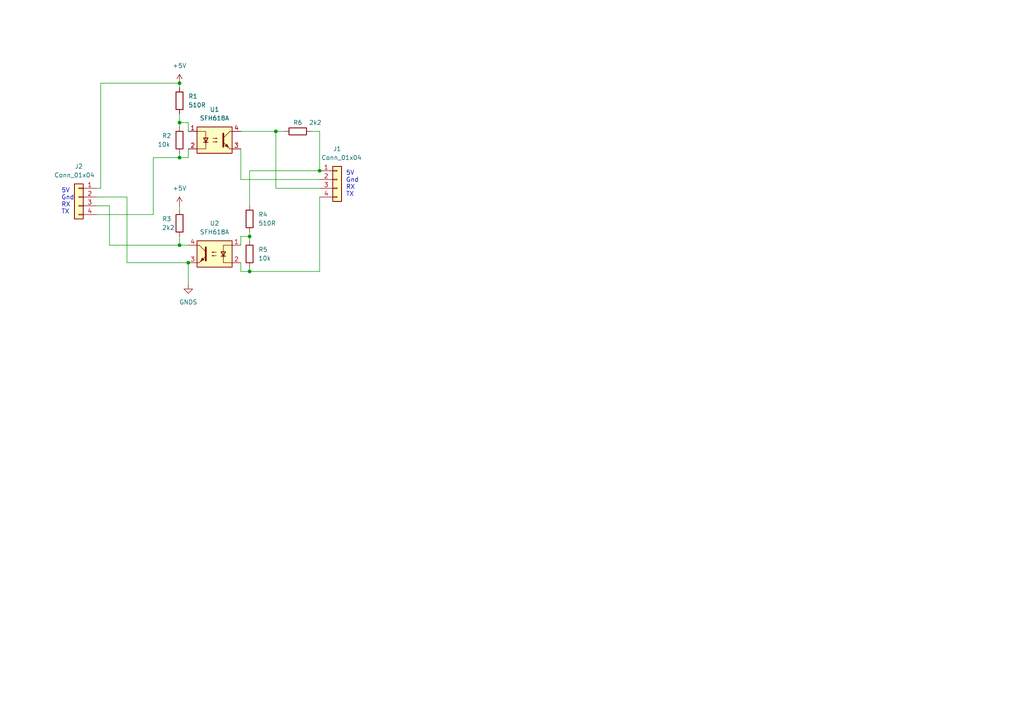
<source format=kicad_sch>
(kicad_sch (version 20211123) (generator eeschema)

  (uuid 708f988b-9740-4b64-9c6e-0d5aeec6620d)

  (paper "A4")

  (lib_symbols
    (symbol "Connector_Generic:Conn_01x04" (pin_names (offset 1.016) hide) (in_bom yes) (on_board yes)
      (property "Reference" "J" (id 0) (at 0 5.08 0)
        (effects (font (size 1.27 1.27)))
      )
      (property "Value" "Conn_01x04" (id 1) (at 0 -7.62 0)
        (effects (font (size 1.27 1.27)))
      )
      (property "Footprint" "" (id 2) (at 0 0 0)
        (effects (font (size 1.27 1.27)) hide)
      )
      (property "Datasheet" "~" (id 3) (at 0 0 0)
        (effects (font (size 1.27 1.27)) hide)
      )
      (property "ki_keywords" "connector" (id 4) (at 0 0 0)
        (effects (font (size 1.27 1.27)) hide)
      )
      (property "ki_description" "Generic connector, single row, 01x04, script generated (kicad-library-utils/schlib/autogen/connector/)" (id 5) (at 0 0 0)
        (effects (font (size 1.27 1.27)) hide)
      )
      (property "ki_fp_filters" "Connector*:*_1x??_*" (id 6) (at 0 0 0)
        (effects (font (size 1.27 1.27)) hide)
      )
      (symbol "Conn_01x04_1_1"
        (rectangle (start -1.27 -4.953) (end 0 -5.207)
          (stroke (width 0.1524) (type default) (color 0 0 0 0))
          (fill (type none))
        )
        (rectangle (start -1.27 -2.413) (end 0 -2.667)
          (stroke (width 0.1524) (type default) (color 0 0 0 0))
          (fill (type none))
        )
        (rectangle (start -1.27 0.127) (end 0 -0.127)
          (stroke (width 0.1524) (type default) (color 0 0 0 0))
          (fill (type none))
        )
        (rectangle (start -1.27 2.667) (end 0 2.413)
          (stroke (width 0.1524) (type default) (color 0 0 0 0))
          (fill (type none))
        )
        (rectangle (start -1.27 3.81) (end 1.27 -6.35)
          (stroke (width 0.254) (type default) (color 0 0 0 0))
          (fill (type background))
        )
        (pin passive line (at -5.08 2.54 0) (length 3.81)
          (name "Pin_1" (effects (font (size 1.27 1.27))))
          (number "1" (effects (font (size 1.27 1.27))))
        )
        (pin passive line (at -5.08 0 0) (length 3.81)
          (name "Pin_2" (effects (font (size 1.27 1.27))))
          (number "2" (effects (font (size 1.27 1.27))))
        )
        (pin passive line (at -5.08 -2.54 0) (length 3.81)
          (name "Pin_3" (effects (font (size 1.27 1.27))))
          (number "3" (effects (font (size 1.27 1.27))))
        )
        (pin passive line (at -5.08 -5.08 0) (length 3.81)
          (name "Pin_4" (effects (font (size 1.27 1.27))))
          (number "4" (effects (font (size 1.27 1.27))))
        )
      )
    )
    (symbol "Device:R" (pin_numbers hide) (pin_names (offset 0)) (in_bom yes) (on_board yes)
      (property "Reference" "R" (id 0) (at 2.032 0 90)
        (effects (font (size 1.27 1.27)))
      )
      (property "Value" "R" (id 1) (at 0 0 90)
        (effects (font (size 1.27 1.27)))
      )
      (property "Footprint" "" (id 2) (at -1.778 0 90)
        (effects (font (size 1.27 1.27)) hide)
      )
      (property "Datasheet" "~" (id 3) (at 0 0 0)
        (effects (font (size 1.27 1.27)) hide)
      )
      (property "ki_keywords" "R res resistor" (id 4) (at 0 0 0)
        (effects (font (size 1.27 1.27)) hide)
      )
      (property "ki_description" "Resistor" (id 5) (at 0 0 0)
        (effects (font (size 1.27 1.27)) hide)
      )
      (property "ki_fp_filters" "R_*" (id 6) (at 0 0 0)
        (effects (font (size 1.27 1.27)) hide)
      )
      (symbol "R_0_1"
        (rectangle (start -1.016 -2.54) (end 1.016 2.54)
          (stroke (width 0.254) (type default) (color 0 0 0 0))
          (fill (type none))
        )
      )
      (symbol "R_1_1"
        (pin passive line (at 0 3.81 270) (length 1.27)
          (name "~" (effects (font (size 1.27 1.27))))
          (number "1" (effects (font (size 1.27 1.27))))
        )
        (pin passive line (at 0 -3.81 90) (length 1.27)
          (name "~" (effects (font (size 1.27 1.27))))
          (number "2" (effects (font (size 1.27 1.27))))
        )
      )
    )
    (symbol "Isolator:SFH617A-1" (pin_names (offset 1.016)) (in_bom yes) (on_board yes)
      (property "Reference" "U" (id 0) (at -5.08 5.08 0)
        (effects (font (size 1.27 1.27)) (justify left))
      )
      (property "Value" "SFH617A-1" (id 1) (at 0 5.08 0)
        (effects (font (size 1.27 1.27)) (justify left))
      )
      (property "Footprint" "Package_DIP:DIP-4_W7.62mm" (id 2) (at -5.08 -5.08 0)
        (effects (font (size 1.27 1.27) italic) (justify left) hide)
      )
      (property "Datasheet" "http://www.vishay.com/docs/83740/sfh617a.pdf" (id 3) (at 0 0 0)
        (effects (font (size 1.27 1.27)) (justify left) hide)
      )
      (property "ki_keywords" "Optocoupler, Phototransistor Output, 5300 VRMS, VCEO 70V, CTR% 40-80" (id 4) (at 0 0 0)
        (effects (font (size 1.27 1.27)) hide)
      )
      (property "ki_description" "Optocoupler, Phototransistor Output, 5300 VRMS, VCEO 70V, CTR% 40-80, -55 to +110 degree Celcius, UL, BSI, FIMKO, cUL, THT PDIP-4" (id 5) (at 0 0 0)
        (effects (font (size 1.27 1.27)) hide)
      )
      (property "ki_fp_filters" "DIP*W7.62mm*" (id 6) (at 0 0 0)
        (effects (font (size 1.27 1.27)) hide)
      )
      (symbol "SFH617A-1_0_1"
        (rectangle (start -5.08 3.81) (end 5.08 -3.81)
          (stroke (width 0.254) (type default) (color 0 0 0 0))
          (fill (type background))
        )
        (polyline
          (pts
            (xy -3.175 -0.635)
            (xy -1.905 -0.635)
          )
          (stroke (width 0.254) (type default) (color 0 0 0 0))
          (fill (type none))
        )
        (polyline
          (pts
            (xy 2.54 0.635)
            (xy 4.445 2.54)
          )
          (stroke (width 0) (type default) (color 0 0 0 0))
          (fill (type none))
        )
        (polyline
          (pts
            (xy 4.445 -2.54)
            (xy 2.54 -0.635)
          )
          (stroke (width 0) (type default) (color 0 0 0 0))
          (fill (type outline))
        )
        (polyline
          (pts
            (xy 4.445 -2.54)
            (xy 5.08 -2.54)
          )
          (stroke (width 0) (type default) (color 0 0 0 0))
          (fill (type none))
        )
        (polyline
          (pts
            (xy 4.445 2.54)
            (xy 5.08 2.54)
          )
          (stroke (width 0) (type default) (color 0 0 0 0))
          (fill (type none))
        )
        (polyline
          (pts
            (xy -2.54 -0.635)
            (xy -2.54 -2.54)
            (xy -5.08 -2.54)
          )
          (stroke (width 0) (type default) (color 0 0 0 0))
          (fill (type none))
        )
        (polyline
          (pts
            (xy 2.54 1.905)
            (xy 2.54 -1.905)
            (xy 2.54 -1.905)
          )
          (stroke (width 0.508) (type default) (color 0 0 0 0))
          (fill (type none))
        )
        (polyline
          (pts
            (xy -5.08 2.54)
            (xy -2.54 2.54)
            (xy -2.54 -1.27)
            (xy -2.54 0.635)
          )
          (stroke (width 0) (type default) (color 0 0 0 0))
          (fill (type none))
        )
        (polyline
          (pts
            (xy -2.54 -0.635)
            (xy -3.175 0.635)
            (xy -1.905 0.635)
            (xy -2.54 -0.635)
          )
          (stroke (width 0.254) (type default) (color 0 0 0 0))
          (fill (type none))
        )
        (polyline
          (pts
            (xy -0.508 -0.508)
            (xy 0.762 -0.508)
            (xy 0.381 -0.635)
            (xy 0.381 -0.381)
            (xy 0.762 -0.508)
          )
          (stroke (width 0) (type default) (color 0 0 0 0))
          (fill (type none))
        )
        (polyline
          (pts
            (xy -0.508 0.508)
            (xy 0.762 0.508)
            (xy 0.381 0.381)
            (xy 0.381 0.635)
            (xy 0.762 0.508)
          )
          (stroke (width 0) (type default) (color 0 0 0 0))
          (fill (type none))
        )
        (polyline
          (pts
            (xy 3.048 -1.651)
            (xy 3.556 -1.143)
            (xy 4.064 -2.159)
            (xy 3.048 -1.651)
            (xy 3.048 -1.651)
          )
          (stroke (width 0) (type default) (color 0 0 0 0))
          (fill (type outline))
        )
      )
      (symbol "SFH617A-1_1_1"
        (pin passive line (at -7.62 2.54 0) (length 2.54)
          (name "~" (effects (font (size 1.27 1.27))))
          (number "1" (effects (font (size 1.27 1.27))))
        )
        (pin passive line (at -7.62 -2.54 0) (length 2.54)
          (name "~" (effects (font (size 1.27 1.27))))
          (number "2" (effects (font (size 1.27 1.27))))
        )
        (pin passive line (at 7.62 -2.54 180) (length 2.54)
          (name "~" (effects (font (size 1.27 1.27))))
          (number "3" (effects (font (size 1.27 1.27))))
        )
        (pin passive line (at 7.62 2.54 180) (length 2.54)
          (name "~" (effects (font (size 1.27 1.27))))
          (number "4" (effects (font (size 1.27 1.27))))
        )
      )
    )
    (symbol "power:+5V" (power) (pin_names (offset 0)) (in_bom yes) (on_board yes)
      (property "Reference" "#PWR" (id 0) (at 0 -3.81 0)
        (effects (font (size 1.27 1.27)) hide)
      )
      (property "Value" "+5V" (id 1) (at 0 3.556 0)
        (effects (font (size 1.27 1.27)))
      )
      (property "Footprint" "" (id 2) (at 0 0 0)
        (effects (font (size 1.27 1.27)) hide)
      )
      (property "Datasheet" "" (id 3) (at 0 0 0)
        (effects (font (size 1.27 1.27)) hide)
      )
      (property "ki_keywords" "power-flag" (id 4) (at 0 0 0)
        (effects (font (size 1.27 1.27)) hide)
      )
      (property "ki_description" "Power symbol creates a global label with name \"+5V\"" (id 5) (at 0 0 0)
        (effects (font (size 1.27 1.27)) hide)
      )
      (symbol "+5V_0_1"
        (polyline
          (pts
            (xy -0.762 1.27)
            (xy 0 2.54)
          )
          (stroke (width 0) (type default) (color 0 0 0 0))
          (fill (type none))
        )
        (polyline
          (pts
            (xy 0 0)
            (xy 0 2.54)
          )
          (stroke (width 0) (type default) (color 0 0 0 0))
          (fill (type none))
        )
        (polyline
          (pts
            (xy 0 2.54)
            (xy 0.762 1.27)
          )
          (stroke (width 0) (type default) (color 0 0 0 0))
          (fill (type none))
        )
      )
      (symbol "+5V_1_1"
        (pin power_in line (at 0 0 90) (length 0) hide
          (name "+5V" (effects (font (size 1.27 1.27))))
          (number "1" (effects (font (size 1.27 1.27))))
        )
      )
    )
    (symbol "power:GNDS" (power) (pin_names (offset 0)) (in_bom yes) (on_board yes)
      (property "Reference" "#PWR" (id 0) (at 0 -6.35 0)
        (effects (font (size 1.27 1.27)) hide)
      )
      (property "Value" "GNDS" (id 1) (at 0 -3.81 0)
        (effects (font (size 1.27 1.27)))
      )
      (property "Footprint" "" (id 2) (at 0 0 0)
        (effects (font (size 1.27 1.27)) hide)
      )
      (property "Datasheet" "" (id 3) (at 0 0 0)
        (effects (font (size 1.27 1.27)) hide)
      )
      (property "ki_keywords" "power-flag" (id 4) (at 0 0 0)
        (effects (font (size 1.27 1.27)) hide)
      )
      (property "ki_description" "Power symbol creates a global label with name \"GNDS\" , signal ground" (id 5) (at 0 0 0)
        (effects (font (size 1.27 1.27)) hide)
      )
      (symbol "GNDS_0_1"
        (polyline
          (pts
            (xy 0 0)
            (xy 0 -1.27)
            (xy 1.27 -1.27)
            (xy 0 -2.54)
            (xy -1.27 -1.27)
            (xy 0 -1.27)
          )
          (stroke (width 0) (type default) (color 0 0 0 0))
          (fill (type none))
        )
      )
      (symbol "GNDS_1_1"
        (pin power_in line (at 0 0 270) (length 0) hide
          (name "GNDS" (effects (font (size 1.27 1.27))))
          (number "1" (effects (font (size 1.27 1.27))))
        )
      )
    )
  )

  (junction (at 72.39 68.58) (diameter 0) (color 0 0 0 0)
    (uuid 22effc0c-3e5e-438a-b7a1-df5c7256269d)
  )
  (junction (at 92.71 49.53) (diameter 0) (color 0 0 0 0)
    (uuid 6cc2a133-236e-417d-a38b-7db07bee50b2)
  )
  (junction (at 52.07 71.12) (diameter 0) (color 0 0 0 0)
    (uuid 9bc09baa-91ba-44bd-8147-722c3f614ed1)
  )
  (junction (at 52.07 24.13) (diameter 0) (color 0 0 0 0)
    (uuid 9eacaaa7-3cef-4c28-ab34-0c42a2588cca)
  )
  (junction (at 52.07 45.72) (diameter 0) (color 0 0 0 0)
    (uuid aa464e04-bb96-47b7-b0a7-4f6de1cbfae0)
  )
  (junction (at 80.01 38.1) (diameter 0) (color 0 0 0 0)
    (uuid ce679af9-fdfb-4c98-ab10-60cb1e9acb17)
  )
  (junction (at 72.39 78.74) (diameter 0) (color 0 0 0 0)
    (uuid cfb26889-91c1-480d-9295-74e598645ce4)
  )
  (junction (at 54.61 76.2) (diameter 0) (color 0 0 0 0)
    (uuid f5e024b6-82f6-46d0-acbf-5de97aec7f4e)
  )
  (junction (at 52.07 35.56) (diameter 0) (color 0 0 0 0)
    (uuid fb33c7ef-9fa7-4a55-8c24-77d48ef00290)
  )

  (wire (pts (xy 54.61 38.1) (xy 54.61 35.56))
    (stroke (width 0) (type default) (color 0 0 0 0))
    (uuid 07873d28-d334-42f7-a7f5-ec4de55d95be)
  )
  (wire (pts (xy 72.39 67.31) (xy 72.39 68.58))
    (stroke (width 0) (type default) (color 0 0 0 0))
    (uuid 0a7afc8c-a38f-4fe5-b6d6-1d9d113f7ae6)
  )
  (wire (pts (xy 90.17 38.1) (xy 92.71 38.1))
    (stroke (width 0) (type default) (color 0 0 0 0))
    (uuid 0e56f70b-b58c-4948-afcb-60d0bb95f608)
  )
  (wire (pts (xy 52.07 45.72) (xy 54.61 45.72))
    (stroke (width 0) (type default) (color 0 0 0 0))
    (uuid 0ed1b89e-8745-4497-9abe-57d7202639db)
  )
  (wire (pts (xy 52.07 44.45) (xy 52.07 45.72))
    (stroke (width 0) (type default) (color 0 0 0 0))
    (uuid 19eac6f1-c746-4992-9e78-6dd77f936d58)
  )
  (wire (pts (xy 72.39 49.53) (xy 92.71 49.53))
    (stroke (width 0) (type default) (color 0 0 0 0))
    (uuid 1bdfede1-22a7-4a7e-8979-e030eca04f8f)
  )
  (wire (pts (xy 69.85 76.2) (xy 69.85 78.74))
    (stroke (width 0) (type default) (color 0 0 0 0))
    (uuid 22c94e9c-8dde-44a4-872d-6f39b52d1d4f)
  )
  (wire (pts (xy 80.01 38.1) (xy 82.55 38.1))
    (stroke (width 0) (type default) (color 0 0 0 0))
    (uuid 26093d0c-cbd7-4609-9a4b-21c2cef1d172)
  )
  (wire (pts (xy 54.61 43.18) (xy 54.61 45.72))
    (stroke (width 0) (type default) (color 0 0 0 0))
    (uuid 2f58fb13-0fd6-41c8-b9d6-ac7c982df2c7)
  )
  (wire (pts (xy 92.71 54.61) (xy 80.01 54.61))
    (stroke (width 0) (type default) (color 0 0 0 0))
    (uuid 3a007a3c-a517-427c-a477-1591da482ca4)
  )
  (wire (pts (xy 27.94 62.23) (xy 44.45 62.23))
    (stroke (width 0) (type default) (color 0 0 0 0))
    (uuid 3ba2e741-26ff-426b-a228-0004f969dee7)
  )
  (wire (pts (xy 52.07 35.56) (xy 54.61 35.56))
    (stroke (width 0) (type default) (color 0 0 0 0))
    (uuid 43a1429c-65e0-40be-a7ae-56e6e7373c59)
  )
  (wire (pts (xy 29.21 24.13) (xy 52.07 24.13))
    (stroke (width 0) (type default) (color 0 0 0 0))
    (uuid 471dd7da-b3c4-491d-8ec0-8510d4bb6056)
  )
  (wire (pts (xy 80.01 54.61) (xy 80.01 38.1))
    (stroke (width 0) (type default) (color 0 0 0 0))
    (uuid 47d8f116-2dcd-41c0-b52d-c990505c8298)
  )
  (wire (pts (xy 52.07 33.02) (xy 52.07 35.56))
    (stroke (width 0) (type default) (color 0 0 0 0))
    (uuid 4d846c49-982c-4289-ae4f-53e45c0790b5)
  )
  (wire (pts (xy 36.83 76.2) (xy 54.61 76.2))
    (stroke (width 0) (type default) (color 0 0 0 0))
    (uuid 4e20f2cc-051c-41e3-8ee5-573024c204f8)
  )
  (wire (pts (xy 52.07 68.58) (xy 52.07 71.12))
    (stroke (width 0) (type default) (color 0 0 0 0))
    (uuid 58531791-8376-4295-aece-673da4fa57be)
  )
  (wire (pts (xy 29.21 54.61) (xy 29.21 24.13))
    (stroke (width 0) (type default) (color 0 0 0 0))
    (uuid 585cc372-ca56-43bf-8790-b49ee6f01e0e)
  )
  (wire (pts (xy 44.45 62.23) (xy 44.45 45.72))
    (stroke (width 0) (type default) (color 0 0 0 0))
    (uuid 608791ba-5655-4374-9725-73a7883cb106)
  )
  (wire (pts (xy 92.71 78.74) (xy 92.71 57.15))
    (stroke (width 0) (type default) (color 0 0 0 0))
    (uuid 618f8882-1cf7-45a1-a686-266fe7b8630d)
  )
  (wire (pts (xy 72.39 78.74) (xy 72.39 77.47))
    (stroke (width 0) (type default) (color 0 0 0 0))
    (uuid 622acdb6-3fd3-449d-a8ea-060f77998d7c)
  )
  (wire (pts (xy 31.75 59.69) (xy 31.75 71.12))
    (stroke (width 0) (type default) (color 0 0 0 0))
    (uuid 649c3555-a042-4726-8a52-b010b0c0eb4d)
  )
  (wire (pts (xy 69.85 38.1) (xy 80.01 38.1))
    (stroke (width 0) (type default) (color 0 0 0 0))
    (uuid 69a746ae-4ed3-4b06-9ab9-a6d4e7fbfdfb)
  )
  (wire (pts (xy 69.85 43.18) (xy 69.85 52.07))
    (stroke (width 0) (type default) (color 0 0 0 0))
    (uuid 7cef248e-51b9-4732-b2bb-4dd1c3bff25a)
  )
  (wire (pts (xy 69.85 68.58) (xy 72.39 68.58))
    (stroke (width 0) (type default) (color 0 0 0 0))
    (uuid 7e0242ab-0010-448a-af65-e84b648e8ae9)
  )
  (wire (pts (xy 72.39 68.58) (xy 72.39 69.85))
    (stroke (width 0) (type default) (color 0 0 0 0))
    (uuid 7f5be323-f1a1-4c54-9a9c-9614f1c4a049)
  )
  (wire (pts (xy 72.39 59.69) (xy 72.39 49.53))
    (stroke (width 0) (type default) (color 0 0 0 0))
    (uuid 806c7ee5-6b7c-4bde-a948-9a7405102eb1)
  )
  (wire (pts (xy 69.85 52.07) (xy 92.71 52.07))
    (stroke (width 0) (type default) (color 0 0 0 0))
    (uuid 86aeac52-1afc-4f6f-bf0c-ffa33ef20ffe)
  )
  (wire (pts (xy 69.85 78.74) (xy 72.39 78.74))
    (stroke (width 0) (type default) (color 0 0 0 0))
    (uuid 8bc19c23-410b-446e-b76b-b5825c25d95e)
  )
  (wire (pts (xy 52.07 59.69) (xy 52.07 60.96))
    (stroke (width 0) (type default) (color 0 0 0 0))
    (uuid 8dd0b069-08c3-4811-9764-d7d6e99c9b45)
  )
  (wire (pts (xy 27.94 59.69) (xy 31.75 59.69))
    (stroke (width 0) (type default) (color 0 0 0 0))
    (uuid 93b8e397-8481-447c-b63e-a05bc2fe0f17)
  )
  (wire (pts (xy 31.75 71.12) (xy 52.07 71.12))
    (stroke (width 0) (type default) (color 0 0 0 0))
    (uuid 94a719fb-1790-4da5-a71e-060b7f1a0e23)
  )
  (wire (pts (xy 36.83 57.15) (xy 36.83 76.2))
    (stroke (width 0) (type default) (color 0 0 0 0))
    (uuid 96a38568-8bb9-48d5-b36c-a2a24c512831)
  )
  (wire (pts (xy 54.61 76.2) (xy 54.61 82.55))
    (stroke (width 0) (type default) (color 0 0 0 0))
    (uuid 9d8a59ef-7707-4f48-b5dc-cc4207ed4417)
  )
  (wire (pts (xy 69.85 71.12) (xy 69.85 68.58))
    (stroke (width 0) (type default) (color 0 0 0 0))
    (uuid a5410c85-53ad-425b-b6a4-1a28efda1d22)
  )
  (wire (pts (xy 92.71 38.1) (xy 92.71 49.53))
    (stroke (width 0) (type default) (color 0 0 0 0))
    (uuid a7e7f216-a9da-4dba-9bd6-f4aafc341baa)
  )
  (wire (pts (xy 27.94 57.15) (xy 36.83 57.15))
    (stroke (width 0) (type default) (color 0 0 0 0))
    (uuid aea0762f-9b4b-49c8-b311-2b433e5a47c4)
  )
  (wire (pts (xy 72.39 78.74) (xy 92.71 78.74))
    (stroke (width 0) (type default) (color 0 0 0 0))
    (uuid af60c2f8-895e-49c3-aa09-31f11fe95403)
  )
  (wire (pts (xy 52.07 24.13) (xy 52.07 25.4))
    (stroke (width 0) (type default) (color 0 0 0 0))
    (uuid b0ecd235-6b6f-47d7-b3af-f913e4e61f0e)
  )
  (wire (pts (xy 52.07 71.12) (xy 54.61 71.12))
    (stroke (width 0) (type default) (color 0 0 0 0))
    (uuid b10c3dc7-370a-4e36-8072-a87b3b9d4c0f)
  )
  (wire (pts (xy 52.07 35.56) (xy 52.07 36.83))
    (stroke (width 0) (type default) (color 0 0 0 0))
    (uuid c216d8b6-cc78-46c9-91c8-dfba66fc3698)
  )
  (wire (pts (xy 44.45 45.72) (xy 52.07 45.72))
    (stroke (width 0) (type default) (color 0 0 0 0))
    (uuid ed632dc5-2344-430f-89bc-c5df05341681)
  )
  (wire (pts (xy 27.94 54.61) (xy 29.21 54.61))
    (stroke (width 0) (type default) (color 0 0 0 0))
    (uuid f9f45df7-1122-4c62-a34a-929b18114bdc)
  )

  (text "5V\nGnd\nRX\nTX" (at 100.33 57.15 0)
    (effects (font (size 1.27 1.27)) (justify left bottom))
    (uuid 07e46668-402e-4bdf-8347-240a4ebe47d7)
  )
  (text "5V\nGnd\nRX\nTX" (at 17.78 62.23 0)
    (effects (font (size 1.27 1.27)) (justify left bottom))
    (uuid 0802fe4d-7157-4ebc-8c69-4b30465f9f68)
  )

  (symbol (lib_id "power:+5V") (at 52.07 24.13 0) (unit 1)
    (in_bom yes) (on_board yes) (fields_autoplaced)
    (uuid 0ad15ddc-72ef-4cc7-b25d-0cba030083c6)
    (property "Reference" "#PWR01" (id 0) (at 52.07 27.94 0)
      (effects (font (size 1.27 1.27)) hide)
    )
    (property "Value" "+5V" (id 1) (at 52.07 19.05 0))
    (property "Footprint" "" (id 2) (at 52.07 24.13 0)
      (effects (font (size 1.27 1.27)) hide)
    )
    (property "Datasheet" "" (id 3) (at 52.07 24.13 0)
      (effects (font (size 1.27 1.27)) hide)
    )
    (pin "1" (uuid d52fcefb-bf3d-45bb-8c82-edea163e0ab4))
  )

  (symbol (lib_id "power:GNDS") (at 54.61 82.55 0) (unit 1)
    (in_bom yes) (on_board yes) (fields_autoplaced)
    (uuid 303184ec-5d2f-4864-abd0-e9306a438e63)
    (property "Reference" "#PWR03" (id 0) (at 54.61 88.9 0)
      (effects (font (size 1.27 1.27)) hide)
    )
    (property "Value" "~" (id 1) (at 54.61 87.63 0))
    (property "Footprint" "" (id 2) (at 54.61 82.55 0)
      (effects (font (size 1.27 1.27)) hide)
    )
    (property "Datasheet" "" (id 3) (at 54.61 82.55 0)
      (effects (font (size 1.27 1.27)) hide)
    )
    (pin "1" (uuid ec1babbb-67cd-4acd-a85b-f4e704f7c758))
  )

  (symbol (lib_id "Device:R") (at 52.07 64.77 180) (unit 1)
    (in_bom yes) (on_board yes)
    (uuid 36300d49-a1dc-4aea-8b60-0b931ed0e755)
    (property "Reference" "R3" (id 0) (at 46.99 63.5 0)
      (effects (font (size 1.27 1.27)) (justify right))
    )
    (property "Value" "" (id 1) (at 46.99 66.04 0)
      (effects (font (size 1.27 1.27)) (justify right))
    )
    (property "Footprint" "" (id 2) (at 53.848 64.77 90)
      (effects (font (size 1.27 1.27)) hide)
    )
    (property "Datasheet" "~" (id 3) (at 52.07 64.77 0)
      (effects (font (size 1.27 1.27)) hide)
    )
    (pin "1" (uuid 068045f5-8e71-41cd-bb12-bce4dc601d2f))
    (pin "2" (uuid ae4ae93f-3130-4571-96de-e7c3a9efd017))
  )

  (symbol (lib_id "Connector_Generic:Conn_01x04") (at 97.79 52.07 0) (unit 1)
    (in_bom yes) (on_board yes)
    (uuid 60d648cc-baee-4bb6-8bd0-8057f02f620e)
    (property "Reference" "J1" (id 0) (at 97.79 43.18 0))
    (property "Value" "Conn_01x04" (id 1) (at 99.06 45.72 0))
    (property "Footprint" "Connector_PinHeader_2.54mm:PinHeader_1x04_P2.54mm_Vertical" (id 2) (at 97.79 52.07 0)
      (effects (font (size 1.27 1.27)) hide)
    )
    (property "Datasheet" "~" (id 3) (at 97.79 52.07 0)
      (effects (font (size 1.27 1.27)) hide)
    )
    (pin "1" (uuid ce853574-6f9a-4e47-825c-f2b026e29068))
    (pin "2" (uuid 1bf0cbd0-eade-4766-a0f6-b42787be05cc))
    (pin "3" (uuid 47b3739e-28cd-41d9-8716-c935fda19076))
    (pin "4" (uuid 6faa355f-9d08-4dfa-b3e6-58b461b2063e))
  )

  (symbol (lib_id "power:+5V") (at 52.07 59.69 0) (unit 1)
    (in_bom yes) (on_board yes) (fields_autoplaced)
    (uuid 762faf47-69d3-43e8-8f85-eaa9a738b065)
    (property "Reference" "#PWR02" (id 0) (at 52.07 63.5 0)
      (effects (font (size 1.27 1.27)) hide)
    )
    (property "Value" "+5V" (id 1) (at 52.07 54.61 0))
    (property "Footprint" "" (id 2) (at 52.07 59.69 0)
      (effects (font (size 1.27 1.27)) hide)
    )
    (property "Datasheet" "" (id 3) (at 52.07 59.69 0)
      (effects (font (size 1.27 1.27)) hide)
    )
    (pin "1" (uuid 144e59e3-a645-45ac-ab63-907149cd1efb))
  )

  (symbol (lib_id "Device:R") (at 86.36 38.1 90) (unit 1)
    (in_bom yes) (on_board yes)
    (uuid 943b3ed1-984f-4516-84cd-faf53ca7cb02)
    (property "Reference" "R6" (id 0) (at 86.36 35.56 90))
    (property "Value" "" (id 1) (at 91.44 35.56 90))
    (property "Footprint" "" (id 2) (at 86.36 39.878 90)
      (effects (font (size 1.27 1.27)) hide)
    )
    (property "Datasheet" "~" (id 3) (at 86.36 38.1 0)
      (effects (font (size 1.27 1.27)) hide)
    )
    (pin "1" (uuid 4e8bb86e-898c-427b-ae68-eec4a7941fd0))
    (pin "2" (uuid 435d1cb8-6c38-4e34-89ee-d397bfffcc46))
  )

  (symbol (lib_id "Isolator:SFH617A-1") (at 62.23 40.64 0) (unit 1)
    (in_bom yes) (on_board yes) (fields_autoplaced)
    (uuid 9d82f33c-8e0d-479c-8530-6f84688ebd4d)
    (property "Reference" "U1" (id 0) (at 62.23 31.75 0))
    (property "Value" "SFH618A" (id 1) (at 62.23 34.29 0))
    (property "Footprint" "Package_DIP:DIP-4_W7.62mm" (id 2) (at 57.15 45.72 0)
      (effects (font (size 1.27 1.27) italic) (justify left) hide)
    )
    (property "Datasheet" "" (id 3) (at 62.23 40.64 0)
      (effects (font (size 1.27 1.27)) (justify left) hide)
    )
    (pin "1" (uuid d66a8935-36ec-4f3f-a1d5-95bd06bc3993))
    (pin "2" (uuid f67e4e55-b1d7-4f02-9cf0-1307b05b5f58))
    (pin "3" (uuid 63328a39-50d9-4646-b0c8-2543a598282b))
    (pin "4" (uuid 59cc38e5-af37-43c5-b6eb-ac74684323cc))
  )

  (symbol (lib_id "Device:R") (at 52.07 29.21 0) (unit 1)
    (in_bom yes) (on_board yes) (fields_autoplaced)
    (uuid a5fd2ef1-c1e8-4648-8992-4ec1682f2c67)
    (property "Reference" "R1" (id 0) (at 54.61 27.9399 0)
      (effects (font (size 1.27 1.27)) (justify left))
    )
    (property "Value" "510R" (id 1) (at 54.61 30.4799 0)
      (effects (font (size 1.27 1.27)) (justify left))
    )
    (property "Footprint" "Resistor_SMD:R_0805_2012Metric" (id 2) (at 50.292 29.21 90)
      (effects (font (size 1.27 1.27)) hide)
    )
    (property "Datasheet" "~" (id 3) (at 52.07 29.21 0)
      (effects (font (size 1.27 1.27)) hide)
    )
    (pin "1" (uuid 636a265b-1662-44de-b178-3d9f9b9f7108))
    (pin "2" (uuid 937f0f66-1131-42d1-ad46-2665de274155))
  )

  (symbol (lib_id "Connector_Generic:Conn_01x04") (at 22.86 57.15 0) (mirror y) (unit 1)
    (in_bom yes) (on_board yes)
    (uuid ca542603-1060-4ee8-bd18-35bb1ef2a432)
    (property "Reference" "J2" (id 0) (at 22.86 48.26 0))
    (property "Value" "Conn_01x04" (id 1) (at 21.59 50.8 0))
    (property "Footprint" "Connector_PinHeader_2.54mm:PinHeader_1x04_P2.54mm_Vertical" (id 2) (at 22.86 57.15 0)
      (effects (font (size 1.27 1.27)) hide)
    )
    (property "Datasheet" "~" (id 3) (at 22.86 57.15 0)
      (effects (font (size 1.27 1.27)) hide)
    )
    (pin "1" (uuid 677d0894-bb50-45a8-8bc2-da87ac23fff3))
    (pin "2" (uuid cb590a64-c5f3-4993-8cb4-fc247b795548))
    (pin "3" (uuid 5069c57b-e810-49d9-8aae-d7be5a744afb))
    (pin "4" (uuid b465f0d2-3ae2-4f5e-967c-db7ab60754c3))
  )

  (symbol (lib_id "Isolator:SFH617A-1") (at 62.23 73.66 0) (mirror y) (unit 1)
    (in_bom yes) (on_board yes) (fields_autoplaced)
    (uuid cac9add8-7e11-41d7-b5dc-f00d79bea5c0)
    (property "Reference" "U2" (id 0) (at 62.23 64.77 0))
    (property "Value" "SFH618A" (id 1) (at 62.23 67.31 0))
    (property "Footprint" "Package_DIP:DIP-4_W7.62mm" (id 2) (at 67.31 78.74 0)
      (effects (font (size 1.27 1.27) italic) (justify left) hide)
    )
    (property "Datasheet" "" (id 3) (at 62.23 73.66 0)
      (effects (font (size 1.27 1.27)) (justify left) hide)
    )
    (pin "1" (uuid 2b5afe32-fb88-4aea-8e94-3633f4df8424))
    (pin "2" (uuid 3960903b-8572-498f-80ee-41604de935d6))
    (pin "3" (uuid 538ef13d-4b46-4d00-8aca-2541786bc758))
    (pin "4" (uuid 5a58c404-4d06-4ab3-8b8d-db6676676e87))
  )

  (symbol (lib_id "Device:R") (at 72.39 73.66 0) (unit 1)
    (in_bom yes) (on_board yes)
    (uuid ce8b4edb-8844-40fd-a7cb-4dbada84a05a)
    (property "Reference" "R5" (id 0) (at 74.93 72.39 0)
      (effects (font (size 1.27 1.27)) (justify left))
    )
    (property "Value" "10k" (id 1) (at 74.93 74.93 0)
      (effects (font (size 1.27 1.27)) (justify left))
    )
    (property "Footprint" "Resistor_SMD:R_0805_2012Metric" (id 2) (at 70.612 73.66 90)
      (effects (font (size 1.27 1.27)) hide)
    )
    (property "Datasheet" "~" (id 3) (at 72.39 73.66 0)
      (effects (font (size 1.27 1.27)) hide)
    )
    (pin "1" (uuid a6169d6c-c033-425e-8561-a1b2967574e6))
    (pin "2" (uuid 3773ee4d-791c-48c5-8838-5e3284f3cfb8))
  )

  (symbol (lib_id "Device:R") (at 72.39 63.5 0) (unit 1)
    (in_bom yes) (on_board yes) (fields_autoplaced)
    (uuid ddfb48d2-0677-4c9f-b939-ddee4844f16c)
    (property "Reference" "R4" (id 0) (at 74.93 62.2299 0)
      (effects (font (size 1.27 1.27)) (justify left))
    )
    (property "Value" "510R" (id 1) (at 74.93 64.7699 0)
      (effects (font (size 1.27 1.27)) (justify left))
    )
    (property "Footprint" "Resistor_SMD:R_0805_2012Metric" (id 2) (at 70.612 63.5 90)
      (effects (font (size 1.27 1.27)) hide)
    )
    (property "Datasheet" "~" (id 3) (at 72.39 63.5 0)
      (effects (font (size 1.27 1.27)) hide)
    )
    (pin "1" (uuid a405cd96-01a1-4ec6-b63e-b71b92d7bb03))
    (pin "2" (uuid b13693a0-a629-413e-92a8-435b0a602d92))
  )

  (symbol (lib_id "Device:R") (at 52.07 40.64 0) (unit 1)
    (in_bom yes) (on_board yes)
    (uuid f2ac752d-77fb-4207-8734-5921bce1d521)
    (property "Reference" "R2" (id 0) (at 46.99 39.37 0)
      (effects (font (size 1.27 1.27)) (justify left))
    )
    (property "Value" "10k" (id 1) (at 45.72 41.91 0)
      (effects (font (size 1.27 1.27)) (justify left))
    )
    (property "Footprint" "Resistor_SMD:R_0805_2012Metric" (id 2) (at 50.292 40.64 90)
      (effects (font (size 1.27 1.27)) hide)
    )
    (property "Datasheet" "~" (id 3) (at 52.07 40.64 0)
      (effects (font (size 1.27 1.27)) hide)
    )
    (pin "1" (uuid 77b79ea0-339d-4f61-a577-3271d58ae481))
    (pin "2" (uuid c9afdea5-5056-4ad5-8448-258b85b01044))
  )

  (sheet_instances
    (path "/" (page "1"))
  )

  (symbol_instances
    (path "/0ad15ddc-72ef-4cc7-b25d-0cba030083c6"
      (reference "#PWR01") (unit 1) (value "+5V") (footprint "")
    )
    (path "/762faf47-69d3-43e8-8f85-eaa9a738b065"
      (reference "#PWR02") (unit 1) (value "+5V") (footprint "")
    )
    (path "/303184ec-5d2f-4864-abd0-e9306a438e63"
      (reference "#PWR03") (unit 1) (value "~") (footprint "")
    )
    (path "/60d648cc-baee-4bb6-8bd0-8057f02f620e"
      (reference "J1") (unit 1) (value "Conn_01x04") (footprint "Connector_PinHeader_2.54mm:PinHeader_1x04_P2.54mm_Vertical")
    )
    (path "/ca542603-1060-4ee8-bd18-35bb1ef2a432"
      (reference "J2") (unit 1) (value "Conn_01x04") (footprint "Connector_PinHeader_2.54mm:PinHeader_1x04_P2.54mm_Vertical")
    )
    (path "/a5fd2ef1-c1e8-4648-8992-4ec1682f2c67"
      (reference "R1") (unit 1) (value "510R") (footprint "Resistor_SMD:R_0805_2012Metric")
    )
    (path "/f2ac752d-77fb-4207-8734-5921bce1d521"
      (reference "R2") (unit 1) (value "10k") (footprint "Resistor_SMD:R_0805_2012Metric")
    )
    (path "/36300d49-a1dc-4aea-8b60-0b931ed0e755"
      (reference "R3") (unit 1) (value "2k2") (footprint "Resistor_SMD:R_0805_2012Metric")
    )
    (path "/ddfb48d2-0677-4c9f-b939-ddee4844f16c"
      (reference "R4") (unit 1) (value "510R") (footprint "Resistor_SMD:R_0805_2012Metric")
    )
    (path "/ce8b4edb-8844-40fd-a7cb-4dbada84a05a"
      (reference "R5") (unit 1) (value "10k") (footprint "Resistor_SMD:R_0805_2012Metric")
    )
    (path "/943b3ed1-984f-4516-84cd-faf53ca7cb02"
      (reference "R6") (unit 1) (value "2k2") (footprint "Resistor_SMD:R_0805_2012Metric")
    )
    (path "/9d82f33c-8e0d-479c-8530-6f84688ebd4d"
      (reference "U1") (unit 1) (value "SFH618A") (footprint "Package_DIP:DIP-4_W7.62mm")
    )
    (path "/cac9add8-7e11-41d7-b5dc-f00d79bea5c0"
      (reference "U2") (unit 1) (value "SFH618A") (footprint "Package_DIP:DIP-4_W7.62mm")
    )
  )
)

</source>
